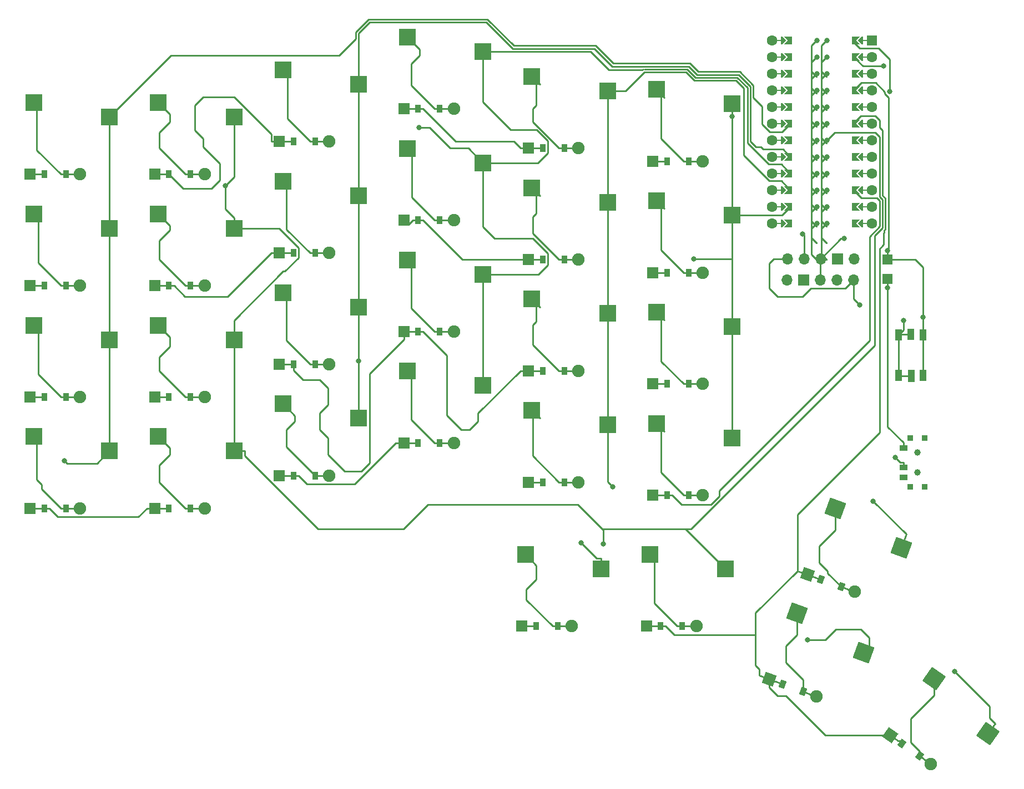
<source format=gbr>
%TF.GenerationSoftware,KiCad,Pcbnew,(6.0.9-0)*%
%TF.CreationDate,2023-01-27T10:49:12-06:00*%
%TF.ProjectId,boardv3,626f6172-6476-4332-9e6b-696361645f70,v1.0.0*%
%TF.SameCoordinates,Original*%
%TF.FileFunction,Copper,L2,Bot*%
%TF.FilePolarity,Positive*%
%FSLAX46Y46*%
G04 Gerber Fmt 4.6, Leading zero omitted, Abs format (unit mm)*
G04 Created by KiCad (PCBNEW (6.0.9-0)) date 2023-01-27 10:49:12*
%MOMM*%
%LPD*%
G01*
G04 APERTURE LIST*
G04 Aperture macros list*
%AMRotRect*
0 Rectangle, with rotation*
0 The origin of the aperture is its center*
0 $1 length*
0 $2 width*
0 $3 Rotation angle, in degrees counterclockwise*
0 Add horizontal line*
21,1,$1,$2,0,0,$3*%
%AMFreePoly0*
4,1,6,0.600000,0.200000,0.000000,-0.400000,-0.600000,0.200000,-0.600000,0.400000,0.600000,0.400000,0.600000,0.200000,0.600000,0.200000,$1*%
%AMFreePoly1*
4,1,5,0.125000,-0.500000,-0.125000,-0.500000,-0.125000,0.500000,0.125000,0.500000,0.125000,-0.500000,0.125000,-0.500000,$1*%
%AMFreePoly2*
4,1,49,0.004773,0.123721,0.009154,0.124665,0.028961,0.117240,0.062500,0.108253,0.068237,0.102516,0.075053,0.099961,0.087617,0.083136,0.108253,0.062500,0.111178,0.051584,0.117161,0.043572,0.118539,0.024114,0.125000,0.000000,0.121239,-0.014035,0.122131,-0.026629,0.113759,-0.041951,0.108253,-0.062500,0.095644,-0.075109,0.088389,-0.088388,-0.641000,-0.817776,-0.641000,-4.770224,
0.088389,-5.499612,0.109852,-5.528356,0.124665,-5.597154,0.099961,-5.663053,0.043572,-5.705161,-0.026629,-5.710131,-0.088388,-5.676389,-0.854388,-4.910388,-0.867707,-4.892552,-0.871189,-4.889530,-0.871982,-4.886826,-0.875852,-4.881644,-0.882331,-4.851549,-0.891000,-4.822000,-0.891000,-0.766000,-0.887805,-0.743969,-0.888131,-0.739371,-0.886780,-0.736898,-0.885852,-0.730498,-0.869151,-0.704632,
-0.854388,-0.677612,-0.088388,0.088389,-0.064606,0.106147,-0.062500,0.108253,-0.061385,0.108552,-0.059644,0.109852,-0.043806,0.113262,0.000000,0.125000,0.004773,0.123721,0.004773,0.123721,$1*%
%AMFreePoly3*
4,1,6,0.600000,-0.250000,-0.600000,-0.250000,-0.600000,1.000000,0.000000,0.400000,0.600000,1.000000,0.600000,-0.250000,0.600000,-0.250000,$1*%
G04 Aperture macros list end*
%TA.AperFunction,SMDPad,CuDef*%
%ADD10R,1.000000X1.795000*%
%TD*%
%TA.AperFunction,SMDPad,CuDef*%
%ADD11R,1.090000X1.880000*%
%TD*%
%TA.AperFunction,SMDPad,CuDef*%
%ADD12R,1.100000X1.800000*%
%TD*%
%TA.AperFunction,SMDPad,CuDef*%
%ADD13R,2.600000X2.600000*%
%TD*%
%TA.AperFunction,SMDPad,CuDef*%
%ADD14R,0.900000X0.900000*%
%TD*%
%TA.AperFunction,WasherPad*%
%ADD15C,1.000000*%
%TD*%
%TA.AperFunction,SMDPad,CuDef*%
%ADD16R,1.250000X0.900000*%
%TD*%
%TA.AperFunction,ComponentPad*%
%ADD17R,1.778000X1.778000*%
%TD*%
%TA.AperFunction,SMDPad,CuDef*%
%ADD18R,0.900000X1.200000*%
%TD*%
%TA.AperFunction,ComponentPad*%
%ADD19C,1.905000*%
%TD*%
%TA.AperFunction,ComponentPad*%
%ADD20RotRect,1.778000X1.778000X340.000000*%
%TD*%
%TA.AperFunction,SMDPad,CuDef*%
%ADD21RotRect,0.900000X1.200000X340.000000*%
%TD*%
%TA.AperFunction,SMDPad,CuDef*%
%ADD22RotRect,2.600000X2.600000X340.000000*%
%TD*%
%TA.AperFunction,ComponentPad*%
%ADD23C,1.600000*%
%TD*%
%TA.AperFunction,SMDPad,CuDef*%
%ADD24FreePoly0,270.000000*%
%TD*%
%TA.AperFunction,SMDPad,CuDef*%
%ADD25FreePoly0,90.000000*%
%TD*%
%TA.AperFunction,SMDPad,CuDef*%
%ADD26FreePoly1,90.000000*%
%TD*%
%TA.AperFunction,SMDPad,CuDef*%
%ADD27FreePoly1,270.000000*%
%TD*%
%TA.AperFunction,ComponentPad*%
%ADD28R,1.600000X1.600000*%
%TD*%
%TA.AperFunction,ComponentPad*%
%ADD29C,0.800000*%
%TD*%
%TA.AperFunction,SMDPad,CuDef*%
%ADD30FreePoly2,270.000000*%
%TD*%
%TA.AperFunction,SMDPad,CuDef*%
%ADD31FreePoly3,90.000000*%
%TD*%
%TA.AperFunction,SMDPad,CuDef*%
%ADD32FreePoly2,90.000000*%
%TD*%
%TA.AperFunction,SMDPad,CuDef*%
%ADD33FreePoly3,270.000000*%
%TD*%
%TA.AperFunction,SMDPad,CuDef*%
%ADD34R,1.500000X1.500000*%
%TD*%
%TA.AperFunction,SMDPad,CuDef*%
%ADD35RotRect,0.900000X1.200000X325.000000*%
%TD*%
%TA.AperFunction,ComponentPad*%
%ADD36RotRect,1.778000X1.778000X325.000000*%
%TD*%
%TA.AperFunction,ComponentPad*%
%ADD37O,1.700000X1.700000*%
%TD*%
%TA.AperFunction,ComponentPad*%
%ADD38R,1.700000X1.700000*%
%TD*%
%TA.AperFunction,SMDPad,CuDef*%
%ADD39RotRect,2.600000X2.600000X325.000000*%
%TD*%
%TA.AperFunction,ViaPad*%
%ADD40C,0.800000*%
%TD*%
%TA.AperFunction,Conductor*%
%ADD41C,0.250000*%
%TD*%
G04 APERTURE END LIST*
D10*
%TO.P,B2,2*%
%TO.N,RST*%
X130830000Y4407500D03*
D11*
X130870000Y-1910000D03*
D12*
%TO.P,B2,1*%
%TO.N,GND*%
X132660000Y4370000D03*
X132660000Y-1830000D03*
%TO.P,B2,2*%
%TO.N,RST*%
X128960000Y4370000D03*
X128960000Y-1830000D03*
%TD*%
D13*
%TO.P,S24,1*%
%TO.N,inner_num*%
X92006200Y41796700D03*
%TO.P,S24,2*%
%TO.N,P16*%
X103556200Y39596700D03*
%TD*%
%TO.P,S25,1*%
%TO.N,near1_home*%
X72006200Y-29203300D03*
%TO.P,S25,2*%
%TO.N,P20*%
X83556200Y-31403300D03*
%TD*%
%TO.P,S11,1*%
%TO.N,ring_top*%
X35006200Y27796700D03*
%TO.P,S11,2*%
%TO.N,P18*%
X46556200Y25596700D03*
%TD*%
%TO.P,S6,1*%
%TO.N,pinky_home*%
X16006200Y5796700D03*
%TO.P,S6,2*%
%TO.N,P19*%
X27556200Y3596700D03*
%TD*%
D14*
%TO.P,T1,*%
%TO.N,*%
X132881200Y-11453300D03*
D15*
X131781200Y-16653300D03*
D14*
X132881200Y-18853300D03*
X130681200Y-18853300D03*
X130681200Y-11453300D03*
D15*
X131781200Y-13653300D03*
D16*
%TO.P,T1,1*%
%TO.N,Bplus*%
X129706200Y-12903300D03*
%TO.P,T1,2*%
%TO.N,RAW*%
X129706200Y-15903300D03*
%TO.P,T1,3*%
%TO.N,N/C*%
X129706200Y-17403300D03*
%TD*%
D17*
%TO.P,D15,1*%
%TO.N,P5*%
X53471200Y21846700D03*
D18*
X55631200Y21846700D03*
D19*
%TO.P,D15,2*%
%TO.N,middle_top*%
X61091200Y21846700D03*
D18*
X58931200Y21846700D03*
%TD*%
%TO.P,D26,1*%
%TO.N,P3*%
X92631200Y-40153300D03*
D17*
X90471200Y-40153300D03*
D19*
%TO.P,D26,2*%
%TO.N,near2_home*%
X98091200Y-40153300D03*
D18*
X95931200Y-40153300D03*
%TD*%
D17*
%TO.P,D5,1*%
%TO.N,P7*%
X15471200Y-22153300D03*
D18*
X17631200Y-22153300D03*
D19*
%TO.P,D5,2*%
%TO.N,pinky_bottom*%
X23091200Y-22153300D03*
D18*
X20931200Y-22153300D03*
%TD*%
D20*
%TO.P,D27,1*%
%TO.N,P3*%
X109236271Y-48245803D03*
D21*
X111266007Y-48984567D03*
D19*
%TO.P,D27,2*%
%TO.N,home_home*%
X116396729Y-50851997D03*
D21*
X114366993Y-50113233D03*
%TD*%
D17*
%TO.P,D17,1*%
%TO.N,P7*%
X72471200Y-18153300D03*
D18*
X74631200Y-18153300D03*
D19*
%TO.P,D17,2*%
%TO.N,index_bottom*%
X80091200Y-18153300D03*
D18*
X77931200Y-18153300D03*
%TD*%
D13*
%TO.P,S21,1*%
%TO.N,inner_bottom*%
X92006200Y-9203300D03*
%TO.P,S21,2*%
%TO.N,P16*%
X103556200Y-11403300D03*
%TD*%
D18*
%TO.P,D4,1*%
%TO.N,P4*%
X-1368800Y28846700D03*
D17*
X-3528800Y28846700D03*
D18*
%TO.P,D4,2*%
%TO.N,outer_num*%
X1931200Y28846700D03*
D19*
X4091200Y28846700D03*
%TD*%
D22*
%TO.P,S27,1*%
%TO.N,home_home*%
X113484127Y-38139213D03*
%TO.P,S27,2*%
%TO.N,P18*%
X123585132Y-44156869D03*
%TD*%
D18*
%TO.P,D10,1*%
%TO.N,P6*%
X36631200Y-153300D03*
D17*
X34471200Y-153300D03*
D18*
%TO.P,D10,2*%
%TO.N,ring_home*%
X39931200Y-153300D03*
D19*
X42091200Y-153300D03*
%TD*%
D23*
%TO.P,MCU1,*%
%TO.N,*%
X124901200Y26456700D03*
X109661200Y34076700D03*
D24*
X123123200Y21376700D03*
D23*
X124901200Y21376700D03*
D25*
X111439200Y28996700D03*
D23*
X124901200Y36616700D03*
D25*
X111439200Y23916700D03*
D26*
X110931200Y39156700D03*
D27*
X123631200Y28996700D03*
X123631200Y34076700D03*
D24*
X123123200Y44236700D03*
D27*
X123631200Y41696700D03*
D25*
X111439200Y31536700D03*
D27*
X123631200Y31536700D03*
D23*
X124901200Y28996700D03*
X124901200Y23916700D03*
D25*
X111439200Y41696700D03*
D26*
X110931200Y31536700D03*
D23*
X109661200Y23916700D03*
D26*
X110931200Y49316700D03*
D24*
X123123200Y23916700D03*
D23*
X124901200Y46776700D03*
D24*
X123123200Y31536700D03*
D26*
X110931200Y23916700D03*
X110931200Y36616700D03*
D24*
X123123200Y39156700D03*
X123123200Y46776700D03*
X123123200Y49316700D03*
X123123200Y34076700D03*
D23*
X124901200Y39156700D03*
D27*
X123631200Y21376700D03*
D23*
X109661200Y26456700D03*
X124901200Y41696700D03*
D25*
X111439200Y36616700D03*
X111439200Y39156700D03*
X111439200Y49316700D03*
D23*
X109661200Y21376700D03*
X109661200Y49316700D03*
D24*
X123123200Y28996700D03*
D23*
X109661200Y36616700D03*
X109661200Y31536700D03*
X109661200Y44236700D03*
X124901200Y49316700D03*
D25*
X111439200Y26456700D03*
D23*
X124901200Y44236700D03*
D26*
X110931200Y46776700D03*
X110931200Y41696700D03*
D28*
X124901200Y49316700D03*
D23*
X109661200Y28996700D03*
X109661200Y46776700D03*
X109661200Y39156700D03*
D25*
X111439200Y21376700D03*
D23*
X109661200Y41696700D03*
D27*
X123631200Y39156700D03*
D26*
X110931200Y26456700D03*
D23*
X124901200Y31536700D03*
D27*
X123631200Y49316700D03*
D26*
X110931200Y44236700D03*
X110931200Y21376700D03*
D24*
X123123200Y26456700D03*
D25*
X111439200Y34076700D03*
D27*
X123631200Y46776700D03*
X123631200Y36616700D03*
D25*
X111439200Y44236700D03*
D27*
X123631200Y44236700D03*
D25*
X111439200Y46776700D03*
D26*
X110931200Y34076700D03*
X110931200Y28996700D03*
D27*
X123631200Y23916700D03*
D23*
X124901200Y34076700D03*
D24*
X123123200Y36616700D03*
X123123200Y41696700D03*
D27*
X123631200Y26456700D03*
D29*
%TO.P,MCU1,1*%
%TO.N,RAW*%
X118043200Y49316700D03*
D30*
X118043200Y49316700D03*
D31*
X112455200Y49316700D03*
%TO.P,MCU1,2*%
%TO.N,N/C*%
X112455200Y46776700D03*
D30*
%TO.N,GND*%
X118043200Y46776700D03*
D29*
X118043200Y46776700D03*
D31*
%TO.P,MCU1,3*%
%TO.N,RST*%
X112455200Y44236700D03*
D29*
X118043200Y44236700D03*
D30*
X118043200Y44236700D03*
%TO.P,MCU1,4*%
%TO.N,VCC*%
X118043200Y41696700D03*
D29*
X118043200Y41696700D03*
D31*
X112455200Y41696700D03*
D30*
%TO.P,MCU1,5*%
%TO.N,P21*%
X118043200Y39156700D03*
D31*
X112455200Y39156700D03*
D29*
X118043200Y39156700D03*
D30*
%TO.P,MCU1,6*%
%TO.N,P20*%
X118043200Y36616700D03*
D31*
X112455200Y36616700D03*
D29*
X118043200Y36616700D03*
D30*
%TO.P,MCU1,7*%
%TO.N,P19*%
X118043200Y34076700D03*
D31*
X112455200Y34076700D03*
D29*
X118043200Y34076700D03*
D30*
%TO.P,MCU1,8*%
%TO.N,P18*%
X118043200Y31536700D03*
D31*
X112455200Y31536700D03*
D29*
X118043200Y31536700D03*
%TO.P,MCU1,9*%
%TO.N,P15*%
X118043200Y28996700D03*
D31*
X112455200Y28996700D03*
D30*
X118043200Y28996700D03*
%TO.P,MCU1,10*%
%TO.N,P14*%
X118043200Y26456700D03*
D29*
X118043200Y26456700D03*
D31*
X112455200Y26456700D03*
D29*
%TO.P,MCU1,11*%
%TO.N,P16*%
X118043200Y23916700D03*
D30*
X118043200Y23916700D03*
D31*
X112455200Y23916700D03*
%TO.P,MCU1,12*%
%TO.N,P10*%
X112455200Y21376700D03*
D29*
X118043200Y21376700D03*
D30*
X118043200Y21376700D03*
D32*
%TO.P,MCU1,13*%
%TO.N,P9*%
X116519200Y21376700D03*
D33*
X122107200Y21376700D03*
D29*
X116519200Y21376700D03*
D32*
%TO.P,MCU1,14*%
%TO.N,P8*%
X116519200Y23916700D03*
D33*
X122107200Y23916700D03*
D29*
X116519200Y23916700D03*
%TO.P,MCU1,15*%
%TO.N,P7*%
X116519200Y26456700D03*
D32*
X116519200Y26456700D03*
D33*
X122107200Y26456700D03*
D29*
%TO.P,MCU1,16*%
%TO.N,P6*%
X116519200Y28996700D03*
D32*
X116519200Y28996700D03*
D33*
X122107200Y28996700D03*
D32*
%TO.P,MCU1,17*%
%TO.N,P5*%
X116519200Y31536700D03*
D29*
X116519200Y31536700D03*
D33*
X122107200Y31536700D03*
D29*
%TO.P,MCU1,18*%
%TO.N,P4*%
X116519200Y34076700D03*
D32*
X116519200Y34076700D03*
D33*
X122107200Y34076700D03*
%TO.P,MCU1,19*%
%TO.N,P3*%
X122107200Y36616700D03*
D29*
X116519200Y36616700D03*
D32*
X116519200Y36616700D03*
%TO.P,MCU1,20*%
%TO.N,P2*%
X116519200Y39156700D03*
D33*
X122107200Y39156700D03*
D29*
X116519200Y39156700D03*
D33*
%TO.P,MCU1,21*%
%TO.N,GND*%
X122107200Y41696700D03*
D32*
X116519200Y41696700D03*
D29*
X116519200Y41696700D03*
%TO.P,MCU1,22*%
X116519200Y44236700D03*
D32*
X116519200Y44236700D03*
D33*
X122107200Y44236700D03*
D29*
%TO.P,MCU1,23*%
%TO.N,P0*%
X116519200Y46776700D03*
D33*
X122107200Y46776700D03*
D32*
X116519200Y46776700D03*
D33*
%TO.P,MCU1,24*%
%TO.N,P1*%
X122107200Y49316700D03*
D29*
X116519200Y49316700D03*
D32*
X116519200Y49316700D03*
%TD*%
D13*
%TO.P,S18,1*%
%TO.N,index_home*%
X73006200Y9796700D03*
%TO.P,S18,2*%
%TO.N,P14*%
X84556200Y7596700D03*
%TD*%
D34*
%TO.P,PAD2,1*%
%TO.N,GND*%
X127281200Y15846700D03*
%TD*%
D13*
%TO.P,S16,1*%
%TO.N,middle_num*%
X54006200Y49796700D03*
%TO.P,S16,2*%
%TO.N,P15*%
X65556200Y47596700D03*
%TD*%
D17*
%TO.P,D2,1*%
%TO.N,P6*%
X-3528800Y-5153300D03*
D18*
X-1368800Y-5153300D03*
%TO.P,D2,2*%
%TO.N,outer_home*%
X1931200Y-5153300D03*
D19*
X4091200Y-5153300D03*
%TD*%
D15*
%TO.P,T2,*%
%TO.N,*%
X131781200Y-16653300D03*
X131781200Y-13653300D03*
%TD*%
D13*
%TO.P,S23,1*%
%TO.N,inner_top*%
X92006200Y24796700D03*
%TO.P,S23,2*%
%TO.N,P16*%
X103556200Y22596700D03*
%TD*%
%TO.P,S7,1*%
%TO.N,pinky_top*%
X16006200Y22796700D03*
%TO.P,S7,2*%
%TO.N,P19*%
X27556200Y20596700D03*
%TD*%
%TO.P,S4,1*%
%TO.N,outer_num*%
X-2993800Y39796700D03*
%TO.P,S4,2*%
%TO.N,P20*%
X8556200Y37596700D03*
%TD*%
D17*
%TO.P,D8,1*%
%TO.N,P4*%
X15471200Y28846700D03*
D18*
X17631200Y28846700D03*
%TO.P,D8,2*%
%TO.N,pinky_num*%
X20931200Y28846700D03*
D19*
X23091200Y28846700D03*
%TD*%
D13*
%TO.P,S14,1*%
%TO.N,middle_home*%
X54006200Y15796700D03*
%TO.P,S14,2*%
%TO.N,P15*%
X65556200Y13596700D03*
%TD*%
D18*
%TO.P,D7,1*%
%TO.N,P5*%
X17631200Y11846700D03*
D17*
X15471200Y11846700D03*
D18*
%TO.P,D7,2*%
%TO.N,pinky_top*%
X20931200Y11846700D03*
D19*
X23091200Y11846700D03*
%TD*%
D13*
%TO.P,S19,1*%
%TO.N,index_top*%
X73006200Y26796700D03*
%TO.P,S19,2*%
%TO.N,P14*%
X84556200Y24596700D03*
%TD*%
%TO.P,S10,1*%
%TO.N,ring_home*%
X35006200Y10796700D03*
%TO.P,S10,2*%
%TO.N,P18*%
X46556200Y8596700D03*
%TD*%
D35*
%TO.P,D29,1*%
%TO.N,P3*%
X129412799Y-58055999D03*
D36*
X127643431Y-56817074D03*
D19*
%TO.P,D29,2*%
%TO.N,far_home*%
X133885369Y-61187726D03*
D35*
X132116001Y-59948801D03*
%TD*%
D13*
%TO.P,S2,1*%
%TO.N,outer_home*%
X-2993800Y5796700D03*
%TO.P,S2,2*%
%TO.N,P20*%
X8556200Y3596700D03*
%TD*%
D17*
%TO.P,D3,1*%
%TO.N,P5*%
X-3528800Y11846700D03*
D18*
X-1368800Y11846700D03*
%TO.P,D3,2*%
%TO.N,outer_top*%
X1931200Y11846700D03*
D19*
X4091200Y11846700D03*
%TD*%
D18*
%TO.P,D22,1*%
%TO.N,P6*%
X93631200Y-3153300D03*
D17*
X91471200Y-3153300D03*
D19*
%TO.P,D22,2*%
%TO.N,inner_home*%
X99091200Y-3153300D03*
D18*
X96931200Y-3153300D03*
%TD*%
D13*
%TO.P,S22,1*%
%TO.N,inner_home*%
X92006200Y7796700D03*
%TO.P,S22,2*%
%TO.N,P16*%
X103556200Y5596700D03*
%TD*%
D17*
%TO.P,D12,1*%
%TO.N,P4*%
X34471200Y33846700D03*
D18*
X36631200Y33846700D03*
%TO.P,D12,2*%
%TO.N,ring_num*%
X39931200Y33846700D03*
D19*
X42091200Y33846700D03*
%TD*%
D18*
%TO.P,D6,1*%
%TO.N,P6*%
X17631200Y-5153300D03*
D17*
X15471200Y-5153300D03*
D18*
%TO.P,D6,2*%
%TO.N,pinky_home*%
X20931200Y-5153300D03*
D19*
X23091200Y-5153300D03*
%TD*%
D13*
%TO.P,S20,1*%
%TO.N,index_num*%
X73006200Y43796700D03*
%TO.P,S20,2*%
%TO.N,P14*%
X84556200Y41596700D03*
%TD*%
%TO.P,S26,1*%
%TO.N,near2_home*%
X91006200Y-29203300D03*
%TO.P,S26,2*%
%TO.N,P19*%
X102556200Y-31403300D03*
%TD*%
D34*
%TO.P,PAD1,1*%
%TO.N,Bplus*%
X127281200Y12846700D03*
%TD*%
D13*
%TO.P,S9,1*%
%TO.N,ring_bottom*%
X35006200Y-6203300D03*
%TO.P,S9,2*%
%TO.N,P18*%
X46556200Y-8403300D03*
%TD*%
D18*
%TO.P,D23,1*%
%TO.N,P5*%
X93631200Y13846700D03*
D17*
X91471200Y13846700D03*
D19*
%TO.P,D23,2*%
%TO.N,inner_top*%
X99091200Y13846700D03*
D18*
X96931200Y13846700D03*
%TD*%
D37*
%TO.P,OLED2,0*%
%TO.N,P1*%
X111941200Y12746700D03*
D38*
%TO.P,OLED2,1*%
%TO.N,GND*%
X114481200Y12746700D03*
D37*
%TO.P,OLED2,2*%
%TO.N,VCC*%
X117021200Y12746700D03*
%TO.P,OLED2,3*%
%TO.N,P2*%
X119561200Y12746700D03*
%TO.P,OLED2,4*%
%TO.N,P0*%
X122101200Y12746700D03*
%TD*%
%TO.P,OLED1,0*%
%TO.N,P1*%
X122121200Y15946700D03*
D38*
%TO.P,OLED1,1*%
%TO.N,GND*%
X119581200Y15946700D03*
D37*
%TO.P,OLED1,2*%
%TO.N,VCC*%
X117041200Y15946700D03*
%TO.P,OLED1,3*%
%TO.N,P2*%
X114501200Y15946700D03*
%TO.P,OLED1,4*%
%TO.N,P0*%
X111961200Y15946700D03*
%TD*%
D13*
%TO.P,S5,1*%
%TO.N,pinky_bottom*%
X16006200Y-11203300D03*
%TO.P,S5,2*%
%TO.N,P19*%
X27556200Y-13403300D03*
%TD*%
D21*
%TO.P,D28,1*%
%TO.N,P3*%
X117080407Y-33009867D03*
D20*
X115050671Y-32271103D03*
D21*
%TO.P,D28,2*%
%TO.N,home_top*%
X120181393Y-34138533D03*
D19*
X122211129Y-34877297D03*
%TD*%
D13*
%TO.P,S3,1*%
%TO.N,outer_top*%
X-2993800Y22796700D03*
%TO.P,S3,2*%
%TO.N,P20*%
X8556200Y20596700D03*
%TD*%
%TO.P,S15,1*%
%TO.N,middle_top*%
X54006200Y32796700D03*
%TO.P,S15,2*%
%TO.N,P15*%
X65556200Y30596700D03*
%TD*%
%TO.P,S1,1*%
%TO.N,outer_bottom*%
X-2993800Y-11203300D03*
%TO.P,S1,2*%
%TO.N,P20*%
X8556200Y-13403300D03*
%TD*%
D17*
%TO.P,D9,1*%
%TO.N,P7*%
X34471200Y-17153300D03*
D18*
X36631200Y-17153300D03*
D19*
%TO.P,D9,2*%
%TO.N,ring_bottom*%
X42091200Y-17153300D03*
D18*
X39931200Y-17153300D03*
%TD*%
D13*
%TO.P,S12,1*%
%TO.N,ring_num*%
X35006200Y44796700D03*
%TO.P,S12,2*%
%TO.N,P18*%
X46556200Y42596700D03*
%TD*%
%TO.P,S8,1*%
%TO.N,pinky_num*%
X16006200Y39796700D03*
%TO.P,S8,2*%
%TO.N,P19*%
X27556200Y37596700D03*
%TD*%
D17*
%TO.P,D25,1*%
%TO.N,P3*%
X71471200Y-40153300D03*
D18*
X73631200Y-40153300D03*
D19*
%TO.P,D25,2*%
%TO.N,near1_home*%
X79091200Y-40153300D03*
D18*
X76931200Y-40153300D03*
%TD*%
D17*
%TO.P,D20,1*%
%TO.N,P4*%
X72471200Y32846700D03*
D18*
X74631200Y32846700D03*
D19*
%TO.P,D20,2*%
%TO.N,index_num*%
X80091200Y32846700D03*
D18*
X77931200Y32846700D03*
%TD*%
%TO.P,D21,1*%
%TO.N,P7*%
X93631200Y-20153300D03*
D17*
X91471200Y-20153300D03*
D19*
%TO.P,D21,2*%
%TO.N,inner_bottom*%
X99091200Y-20153300D03*
D18*
X96931200Y-20153300D03*
%TD*%
%TO.P,D1,1*%
%TO.N,P7*%
X-1368800Y-22153300D03*
D17*
X-3528800Y-22153300D03*
D18*
%TO.P,D1,2*%
%TO.N,outer_bottom*%
X1931200Y-22153300D03*
D19*
X4091200Y-22153300D03*
%TD*%
D18*
%TO.P,D18,1*%
%TO.N,P6*%
X74631200Y-1153300D03*
D17*
X72471200Y-1153300D03*
D19*
%TO.P,D18,2*%
%TO.N,index_home*%
X80091200Y-1153300D03*
D18*
X77931200Y-1153300D03*
%TD*%
D17*
%TO.P,D14,1*%
%TO.N,P6*%
X53471200Y4846700D03*
D18*
X55631200Y4846700D03*
D19*
%TO.P,D14,2*%
%TO.N,middle_home*%
X61091200Y4846700D03*
D18*
X58931200Y4846700D03*
%TD*%
%TO.P,D11,1*%
%TO.N,P5*%
X36631200Y16846700D03*
D17*
X34471200Y16846700D03*
D18*
%TO.P,D11,2*%
%TO.N,ring_top*%
X39931200Y16846700D03*
D19*
X42091200Y16846700D03*
%TD*%
D13*
%TO.P,S13,1*%
%TO.N,middle_bottom*%
X54006200Y-1203300D03*
%TO.P,S13,2*%
%TO.N,P15*%
X65556200Y-3403300D03*
%TD*%
D17*
%TO.P,D13,1*%
%TO.N,P7*%
X53471200Y-12153300D03*
D18*
X55631200Y-12153300D03*
%TO.P,D13,2*%
%TO.N,middle_bottom*%
X58931200Y-12153300D03*
D19*
X61091200Y-12153300D03*
%TD*%
D13*
%TO.P,S17,1*%
%TO.N,index_bottom*%
X73006200Y-7203300D03*
%TO.P,S17,2*%
%TO.N,P14*%
X84556200Y-9403300D03*
%TD*%
D18*
%TO.P,D16,1*%
%TO.N,P4*%
X55631200Y38846700D03*
D17*
X53471200Y38846700D03*
D19*
%TO.P,D16,2*%
%TO.N,middle_num*%
X61091200Y38846700D03*
D18*
X58931200Y38846700D03*
%TD*%
D22*
%TO.P,S28,1*%
%TO.N,home_top*%
X119298527Y-22164413D03*
%TO.P,S28,2*%
%TO.N,P15*%
X129399532Y-28182069D03*
%TD*%
D39*
%TO.P,S29,1*%
%TO.N,far_home*%
X134362357Y-48154183D03*
%TO.P,S29,2*%
%TO.N,P14*%
X142561695Y-56581125D03*
%TD*%
D17*
%TO.P,D19,1*%
%TO.N,P5*%
X72471200Y15846700D03*
D18*
X74631200Y15846700D03*
%TO.P,D19,2*%
%TO.N,index_top*%
X77931200Y15846700D03*
D19*
X80091200Y15846700D03*
%TD*%
D17*
%TO.P,D24,1*%
%TO.N,P4*%
X91471200Y30846700D03*
D18*
X93631200Y30846700D03*
D19*
%TO.P,D24,2*%
%TO.N,inner_num*%
X99091200Y30846700D03*
D18*
X96931200Y30846700D03*
%TD*%
D40*
%TO.N,RST*%
X129713000Y6523000D03*
%TO.N,GND*%
X132660000Y7040000D03*
%TO.N,P20*%
X80484100Y-27378200D03*
X1674600Y-14882700D03*
%TO.N,P19*%
X26232100Y27140800D03*
X83851600Y-27629300D03*
%TO.N,P18*%
X46556200Y328300D03*
X115028300Y-42256300D03*
%TO.N,P15*%
X125058200Y-21061500D03*
X55764700Y36036200D03*
%TO.N,P14*%
X137508000Y-47088400D03*
X85343800Y-18903900D03*
%TO.N,P16*%
X103556200Y37669900D03*
X97692000Y15928000D03*
%TO.N,RAW*%
X128468000Y-14397000D03*
%TO.N,GND*%
X127281200Y17211900D03*
%TO.N,VCC*%
X120650000Y19050000D03*
%TO.N,P1*%
X127545800Y41484400D03*
%TO.N,P0*%
X126654201Y45374201D03*
X123050700Y8890000D03*
%TO.N,P2*%
X114300000Y19774500D03*
%TO.N,Bplus*%
X127281200Y11490100D03*
%TD*%
D41*
%TO.N,RST*%
X130830000Y4407500D02*
X128997500Y4407500D01*
X128997500Y4407500D02*
X128960000Y4370000D01*
X130870000Y-1910000D02*
X129040000Y-1910000D01*
X129040000Y-1910000D02*
X128960000Y-1830000D01*
X129713000Y6523000D02*
X129713000Y5123000D01*
X129713000Y5123000D02*
X128960000Y4370000D01*
X128960000Y4370000D02*
X128960000Y-1830000D01*
%TO.N,GND*%
X132660000Y4370000D02*
X132660000Y-1830000D01*
X127281200Y15846700D02*
X131473300Y15846700D01*
X132660000Y14660000D02*
X132660000Y4370000D01*
X131473300Y15846700D02*
X132660000Y14660000D01*
%TO.N,P20*%
X17949500Y46990000D02*
X43566200Y46990000D01*
X43566200Y46990000D02*
X46106200Y49530000D01*
X46106200Y49530000D02*
X46106200Y50552596D01*
X85408198Y45800000D02*
X97079188Y45800000D01*
X46106200Y50552596D02*
X48073604Y52520000D01*
X48073604Y52520000D02*
X66226396Y52520000D01*
X82711498Y48496700D02*
X85408198Y45800000D01*
X108129600Y36479000D02*
X109261900Y35346700D01*
X111185200Y35346700D02*
X112455200Y36616700D01*
X66226396Y52520000D02*
X70249696Y48496700D01*
X97079188Y45800000D02*
X98349188Y44530000D01*
X70249696Y48496700D02*
X82711498Y48496700D01*
X8556200Y37596700D02*
X17949500Y46990000D01*
X98349188Y44530000D02*
X104699188Y44530000D01*
X104699188Y44530000D02*
X106792500Y42436688D01*
X106792500Y42436688D02*
X106792500Y40527500D01*
X106792500Y40527500D02*
X108129600Y39190400D01*
X108129600Y39190400D02*
X108129600Y36479000D01*
X109261900Y35346700D02*
X111185200Y35346700D01*
%TO.N,P18*%
X112455200Y31536700D02*
X111330200Y32661700D01*
X96892792Y45350000D02*
X85221802Y45350000D01*
X111330200Y32661700D02*
X108308300Y32661700D01*
X107170896Y33020000D02*
X106342400Y33848496D01*
X104512792Y44080000D02*
X98162792Y44080000D01*
X85221802Y45350000D02*
X82525102Y48046700D01*
X107950000Y33020000D02*
X107170896Y33020000D01*
X106342400Y33848496D02*
X106342400Y42250392D01*
X82525102Y48046700D02*
X70063300Y48046700D01*
X106342400Y42250392D02*
X104512792Y44080000D01*
X108308300Y32661700D02*
X107950000Y33020000D01*
X98162792Y44080000D02*
X96892792Y45350000D01*
X70063300Y48046700D02*
X66040000Y52070000D01*
X66040000Y52070000D02*
X48260000Y52070000D01*
X48260000Y52070000D02*
X46556200Y50366200D01*
X46556200Y50366200D02*
X46556200Y42596700D01*
%TO.N,P15*%
X112455200Y28996700D02*
X111049300Y30402600D01*
X111049300Y30402600D02*
X109151900Y30402600D01*
X109151900Y30402600D02*
X105892400Y33662100D01*
X105892400Y33662100D02*
X105892400Y42063996D01*
X105892400Y42063996D02*
X104326396Y43630000D01*
X104326396Y43630000D02*
X97976396Y43630000D01*
X96706396Y44900000D02*
X90170000Y44900000D01*
X97976396Y43630000D02*
X96706396Y44900000D01*
%TO.N,P14*%
X96520000Y44450000D02*
X90170000Y44450000D01*
X104140000Y43180000D02*
X97790000Y43180000D01*
X105283100Y42036900D02*
X104140000Y43180000D01*
X97790000Y43180000D02*
X96520000Y44450000D01*
%TO.N,P15*%
X89983604Y44900000D02*
X89851802Y44768198D01*
X84771802Y44768198D02*
X83820000Y45720000D01*
X89851802Y44768198D02*
X84771802Y44768198D01*
%TO.N,P14*%
X84556200Y41596700D02*
X87316700Y41596700D01*
X87316700Y41596700D02*
X90170000Y44450000D01*
X109199700Y27862600D02*
X111049300Y27862600D01*
X105283100Y42036900D02*
X105283100Y31779200D01*
X105283100Y31779200D02*
X109199700Y27862600D01*
X111049300Y27862600D02*
X112455200Y26456700D01*
%TO.N,P19*%
X27556200Y-13403300D02*
X29181300Y-13403300D01*
X53446300Y-25293700D02*
X57150000Y-21590000D01*
X29181300Y-13403300D02*
X29181300Y-14114300D01*
X29181300Y-14114300D02*
X40360700Y-25293700D01*
X83851600Y-25431600D02*
X83851600Y-27629300D01*
X40360700Y-25293700D02*
X53446300Y-25293700D01*
X57150000Y-21590000D02*
X80010000Y-21590000D01*
X80010000Y-21590000D02*
X83851600Y-25431600D01*
%TO.N,P3*%
X127643431Y-56817074D02*
X117777074Y-56817074D01*
X109220000Y-49530000D02*
X109236271Y-49513729D01*
X117777074Y-56817074D02*
X111760000Y-50800000D01*
X110490000Y-50800000D02*
X109220000Y-49530000D01*
X111760000Y-50800000D02*
X110490000Y-50800000D01*
X109236271Y-49513729D02*
X109236271Y-48245803D01*
%TO.N,P18*%
X117763700Y-42256300D02*
X119380000Y-40640000D01*
X124460000Y-41910000D02*
X124460000Y-43282001D01*
X115028300Y-42256300D02*
X117763700Y-42256300D01*
X119380000Y-40640000D02*
X123190000Y-40640000D01*
X123190000Y-40640000D02*
X124460000Y-41910000D01*
X124460000Y-43282001D02*
X123585132Y-44156869D01*
%TO.N,far_home*%
X132116001Y-59948801D02*
X132116001Y-59216336D01*
X132116001Y-59216336D02*
X130810000Y-57910335D01*
X130810000Y-57910335D02*
X130810000Y-54250400D01*
X130810000Y-54250400D02*
X134362400Y-50698000D01*
X134362400Y-50698000D02*
X134362400Y-48154200D01*
%TO.N,home_top*%
X119298527Y-22164413D02*
X119298527Y-25481473D01*
X119298527Y-25481473D02*
X116840000Y-27940000D01*
X116840000Y-30480000D02*
X118110000Y-31750000D01*
X116840000Y-27940000D02*
X116840000Y-30480000D01*
X118110000Y-31750000D02*
X118110000Y-32067140D01*
X118110000Y-32067140D02*
X120181393Y-34138533D01*
%TO.N,home_home*%
X114366993Y-50113233D02*
X114366993Y-48326993D01*
X114366993Y-48326993D02*
X111760000Y-45720000D01*
X111760000Y-45720000D02*
X111760000Y-43180000D01*
X111760000Y-43180000D02*
X113484127Y-41455873D01*
X113484127Y-41455873D02*
X113484127Y-38139213D01*
%TO.N,near1_home*%
X76931200Y-40153300D02*
X76156100Y-40153300D01*
X72156201Y-36153401D02*
X72156201Y-34523799D01*
X73660000Y-33020000D02*
X73660000Y-30857100D01*
X73660000Y-30857100D02*
X72006200Y-29203300D01*
X76156100Y-40153300D02*
X72156201Y-36153401D01*
X72156201Y-34523799D02*
X73660000Y-33020000D01*
%TO.N,P15*%
X81943300Y47596700D02*
X65556200Y47596700D01*
X83913200Y45626800D02*
X81943300Y47596700D01*
%TO.N,inner_num*%
X96931200Y30846700D02*
X96156100Y30846700D01*
X96156100Y30846700D02*
X92710000Y34292800D01*
X92710000Y41092900D02*
X92006200Y41796700D01*
X92710000Y34292800D02*
X92710000Y41092900D01*
%TO.N,inner_top*%
X96931200Y13846700D02*
X96156100Y13846700D01*
X96156100Y13846700D02*
X92710000Y17292800D01*
X92710000Y17292800D02*
X92710000Y24092900D01*
X92710000Y24092900D02*
X92006200Y24796700D01*
%TO.N,inner_home*%
X96931200Y-3153300D02*
X96156100Y-3153300D01*
X92710000Y7092900D02*
X92006200Y7796700D01*
X96156100Y-3153300D02*
X92710000Y292800D01*
X92710000Y292800D02*
X92710000Y7092900D01*
%TO.N,P19*%
X96446600Y-25293700D02*
X97262696Y-25293700D01*
X125299500Y19505200D02*
X126494000Y20699700D01*
X97262696Y-25293700D02*
X125299500Y2743104D01*
X126494000Y25003400D02*
X126043900Y25453500D01*
X125367191Y35201700D02*
X119168200Y35201700D01*
X125299500Y2743104D02*
X125299500Y19505200D01*
X126494000Y20699700D02*
X126494000Y25003400D01*
X126043900Y25453500D02*
X126043900Y34524991D01*
X126043900Y34524991D02*
X125367191Y35201700D01*
X119168200Y35201700D02*
X118043200Y34076700D01*
%TO.N,P7*%
X122107200Y26456700D02*
X123296796Y25267104D01*
X124500400Y3449242D02*
X101600000Y-19451158D01*
X123296796Y25267104D02*
X125593900Y25267104D01*
X95843000Y-21590000D02*
X94406300Y-20153300D01*
X125593900Y25267104D02*
X126043900Y24817104D01*
X126043900Y24817104D02*
X126043900Y20886200D01*
X100330000Y-21590000D02*
X95843000Y-21590000D01*
X126043900Y20886200D02*
X124500400Y19342700D01*
X101600000Y-20320000D02*
X100330000Y-21590000D01*
X124500400Y19342700D02*
X124500400Y3449242D01*
X101600000Y-19451158D02*
X101600000Y-20320000D01*
X94406300Y-20153300D02*
X93631200Y-20153300D01*
%TO.N,inner_bottom*%
X96931200Y-20153300D02*
X96156100Y-20153300D01*
X92710000Y-9907100D02*
X92006200Y-9203300D01*
X96156100Y-20153300D02*
X92710000Y-16707200D01*
X92710000Y-16707200D02*
X92710000Y-9907100D01*
%TO.N,index_bottom*%
X77931200Y-18153300D02*
X77156100Y-18153300D01*
X77156100Y-18153300D02*
X73156201Y-14153401D01*
X73156201Y-14153401D02*
X73156201Y-7353301D01*
X73156201Y-7353301D02*
X73006200Y-7203300D01*
%TO.N,index_home*%
X77931200Y-1153300D02*
X77156100Y-1153300D01*
X73156201Y5846201D02*
X73660000Y6350000D01*
X77156100Y-1153300D02*
X73156201Y2846599D01*
X73156201Y2846599D02*
X73156201Y5846201D01*
X73660000Y6350000D02*
X73660000Y9142900D01*
X73660000Y9142900D02*
X73006200Y9796700D01*
%TO.N,index_top*%
X77156100Y15846700D02*
X73156201Y19846599D01*
X73660000Y22860000D02*
X73660000Y26142900D01*
X73156201Y19846599D02*
X73156201Y22356201D01*
X77931200Y15846700D02*
X77156100Y15846700D01*
X73156201Y22356201D02*
X73660000Y22860000D01*
X73660000Y26142900D02*
X73006200Y26796700D01*
%TO.N,P15*%
X73128300Y19050000D02*
X67310000Y19050000D01*
X75406400Y16771900D02*
X73128300Y19050000D01*
X65556200Y20803800D02*
X65556200Y30596700D01*
X67310000Y19050000D02*
X65556200Y20803800D01*
%TO.N,index_num*%
X77931200Y32846700D02*
X77156100Y32846700D01*
X73660000Y39370000D02*
X73660000Y43142900D01*
X77156100Y32846700D02*
X73156201Y36846599D01*
X73156201Y38866201D02*
X73660000Y39370000D01*
X73156201Y36846599D02*
X73156201Y38866201D01*
X73660000Y43142900D02*
X73006200Y43796700D01*
%TO.N,P15*%
X73731450Y35631450D02*
X69778550Y35631450D01*
X73731450Y35631450D02*
X75406400Y33956500D01*
X65556200Y39853800D02*
X65556200Y47596700D01*
X69778550Y35631450D02*
X65556200Y39853800D01*
%TO.N,middle_bottom*%
X58931200Y-12153300D02*
X58156100Y-12153300D01*
X58156100Y-12153300D02*
X54610000Y-8607200D01*
X54610000Y-1807100D02*
X54006200Y-1203300D01*
X54610000Y-8607200D02*
X54610000Y-1807100D01*
%TO.N,P6*%
X72471200Y-1153300D02*
X71257100Y-1153300D01*
X60040500Y1212500D02*
X56406300Y4846700D01*
X71257100Y-1153300D02*
X64770000Y-7640400D01*
X64770000Y-7640400D02*
X64770000Y-8890000D01*
X56406300Y4846700D02*
X55631200Y4846700D01*
X64770000Y-8890000D02*
X63500000Y-10160000D01*
X62230000Y-10160000D02*
X60040500Y-7970500D01*
X60040500Y-7970500D02*
X60040500Y1212500D01*
X63500000Y-10160000D02*
X62230000Y-10160000D01*
%TO.N,middle_home*%
X58931200Y4846700D02*
X58156100Y4846700D01*
X58156100Y4846700D02*
X54610000Y8392800D01*
X54610000Y8392800D02*
X54610000Y15192900D01*
X54610000Y15192900D02*
X54006200Y15796700D01*
%TO.N,middle_num*%
X58931200Y38846700D02*
X58156100Y38846700D01*
X55880000Y46990000D02*
X55880000Y47922900D01*
X58156100Y38846700D02*
X54610000Y42392800D01*
X54610000Y45720000D02*
X55880000Y46990000D01*
X55880000Y47922900D02*
X54006200Y49796700D01*
X54610000Y42392800D02*
X54610000Y45720000D01*
%TO.N,ring_bottom*%
X35560000Y-10160000D02*
X36830000Y-8890000D01*
X36830000Y-8890000D02*
X36830000Y-8027100D01*
X35560000Y-12782100D02*
X35560000Y-10160000D01*
X36830000Y-8027100D02*
X35006200Y-6203300D01*
%TO.N,P6*%
X48260000Y-15240000D02*
X46990000Y-16510000D01*
X40640000Y-7620000D02*
X41910000Y-6350000D01*
X40640000Y-10160000D02*
X40640000Y-7620000D01*
X41910000Y-6350000D02*
X41910000Y-3810000D01*
X41910000Y-3810000D02*
X40640000Y-2540000D01*
X40640000Y-2540000D02*
X38100000Y-2540000D01*
X41910000Y-13970000D02*
X41910000Y-11430000D01*
X41910000Y-11430000D02*
X40640000Y-10160000D01*
X46990000Y-16510000D02*
X44450000Y-16510000D01*
X48257700Y-1580900D02*
X48260000Y-1583200D01*
X44450000Y-16510000D02*
X41910000Y-13970000D01*
X48260000Y-1583200D02*
X48260000Y-15240000D01*
X38100000Y-2540000D02*
X36631200Y-1071200D01*
X36631200Y-1071200D02*
X36631200Y-153300D01*
%TO.N,P18*%
X46556200Y-8403300D02*
X46556200Y-7186200D01*
%TO.N,ring_bottom*%
X35560000Y-12782100D02*
X39931200Y-17153300D01*
%TO.N,ring_home*%
X35006200Y10796700D02*
X35560000Y10242900D01*
X39156100Y-153300D02*
X39931200Y-153300D01*
X35560000Y10242900D02*
X35560000Y3442800D01*
X35560000Y3442800D02*
X39156100Y-153300D01*
%TO.N,ring_top*%
X39931200Y16846700D02*
X39156100Y16846700D01*
X39156100Y16846700D02*
X35560000Y20442800D01*
X35560000Y20442800D02*
X35560000Y27242900D01*
X35560000Y27242900D02*
X35006200Y27796700D01*
%TO.N,P5*%
X34471200Y16846700D02*
X33257100Y16846700D01*
X18406300Y11846700D02*
X17631200Y11846700D01*
X33257100Y16846700D02*
X26570400Y10160000D01*
X26570400Y10160000D02*
X20093000Y10160000D01*
X20093000Y10160000D02*
X18406300Y11846700D01*
%TO.N,pinky_top*%
X20931200Y11846700D02*
X20156100Y11846700D01*
X16156201Y18696201D02*
X17780000Y20320000D01*
X17780000Y21022900D02*
X16006200Y22796700D01*
X17780000Y20320000D02*
X17780000Y21022900D01*
X20156100Y11846700D02*
X16156201Y15846599D01*
X16156201Y15846599D02*
X16156201Y18696201D01*
%TO.N,P4*%
X34471200Y33846700D02*
X33257100Y33846700D01*
X33257100Y33846700D02*
X33257100Y34984900D01*
X22860000Y33020000D02*
X25400000Y30480000D01*
X33257100Y34984900D02*
X27602000Y40640000D01*
X27602000Y40640000D02*
X22860000Y40640000D01*
X24130000Y26670000D02*
X19807900Y26670000D01*
X22860000Y40640000D02*
X21590000Y39370000D01*
X22860000Y34290000D02*
X22860000Y33020000D01*
X25400000Y27940000D02*
X24130000Y26670000D01*
X21590000Y39370000D02*
X21590000Y35560000D01*
X21590000Y35560000D02*
X22860000Y34290000D01*
X25400000Y30480000D02*
X25400000Y27940000D01*
X19807900Y26670000D02*
X17631200Y28846700D01*
X15471200Y28846700D02*
X17631200Y28846700D01*
%TO.N,pinky_num*%
X20931200Y28846700D02*
X23091200Y28846700D01*
X20931200Y28846700D02*
X20156100Y28846700D01*
X16156201Y35206201D02*
X17780000Y36830000D01*
X17780000Y36830000D02*
X17780000Y38022900D01*
X16156201Y32846599D02*
X16156201Y35206201D01*
X20156100Y28846700D02*
X16156201Y32846599D01*
X17780000Y38022900D02*
X16006200Y39796700D01*
%TO.N,pinky_bottom*%
X20931200Y-22153300D02*
X20156100Y-22153300D01*
X17780000Y-13970000D02*
X17780000Y-12977100D01*
X20156100Y-22153300D02*
X16156201Y-18153401D01*
X17780000Y-12977100D02*
X16006200Y-11203300D01*
X16156201Y-18153401D02*
X16156201Y-15593799D01*
X16156201Y-15593799D02*
X17780000Y-13970000D01*
%TO.N,pinky_home*%
X20931200Y-5153300D02*
X20156100Y-5153300D01*
X17780000Y4022900D02*
X16006200Y5796700D01*
X20156100Y-5153300D02*
X16156201Y-1153401D01*
X16156201Y-1153401D02*
X16156201Y916201D01*
X16156201Y916201D02*
X17780000Y2540000D01*
X17780000Y2540000D02*
X17780000Y4022900D01*
%TO.N,outer_bottom*%
X-1797000Y-18523000D02*
X-2540000Y-17780000D01*
X-2540000Y-17780000D02*
X-2540000Y-11657100D01*
X-2540000Y-11657100D02*
X-2993800Y-11203300D01*
X-1797000Y-19200200D02*
X-1797000Y-18523000D01*
%TO.N,outer_num*%
X1931200Y28846700D02*
X1156100Y28846700D01*
X1156100Y28846700D02*
X-2540000Y32542800D01*
X-2540000Y32542800D02*
X-2540000Y39342900D01*
X-2540000Y39342900D02*
X-2993800Y39796700D01*
%TO.N,outer_bottom*%
X1156100Y-22153300D02*
X-1797000Y-19200200D01*
X4091200Y-22153300D02*
X1931200Y-22153300D01*
X1931200Y-22153300D02*
X1156100Y-22153300D01*
%TO.N,P20*%
X8556200Y20596700D02*
X8556200Y37596700D01*
X8556200Y-13403300D02*
X6677000Y-15282500D01*
X8556200Y-13403300D02*
X8556200Y3596700D01*
X82884100Y-29778200D02*
X80484100Y-27378200D01*
X2074400Y-15282500D02*
X1674600Y-14882700D01*
X83556200Y-29778200D02*
X82884100Y-29778200D01*
X83556200Y-31403300D02*
X83556200Y-29778200D01*
X8556200Y3596700D02*
X8556200Y20596700D01*
X6677000Y-15282500D02*
X2074400Y-15282500D01*
%TO.N,outer_home*%
X1931200Y-5153300D02*
X1156100Y-5153300D01*
X-2993800Y5796700D02*
X-2314600Y5117500D01*
X-2314600Y5117500D02*
X-2314600Y-1682600D01*
X4091200Y-5153300D02*
X1931200Y-5153300D01*
X-2314600Y-1682600D02*
X1156100Y-5153300D01*
%TO.N,outer_top*%
X1931200Y11846700D02*
X1156100Y11846700D01*
X-2314600Y15317400D02*
X1156100Y11846700D01*
X-2993800Y22796700D02*
X-2314600Y22117500D01*
X-2314600Y22117500D02*
X-2314600Y15317400D01*
X4091200Y11846700D02*
X1931200Y11846700D01*
%TO.N,outer_num*%
X4091200Y28846700D02*
X1931200Y28846700D01*
%TO.N,pinky_bottom*%
X23091200Y-22153300D02*
X20931200Y-22153300D01*
%TO.N,P19*%
X27556200Y20596700D02*
X34434900Y20596700D01*
X37406400Y16107300D02*
X35326300Y14027200D01*
X102556200Y-31403300D02*
X96446600Y-25293700D01*
X83851600Y-25293700D02*
X83851600Y-27629300D01*
X83851600Y-25293700D02*
X96446600Y-25293700D01*
X27556200Y6500300D02*
X27556200Y3596700D01*
X26232100Y23545900D02*
X27556200Y22221800D01*
X27556200Y3596700D02*
X27556200Y-13403300D01*
X27556200Y20596700D02*
X27556200Y22221800D01*
X35326300Y14027200D02*
X35083100Y14027200D01*
X27556200Y28464900D02*
X26232100Y27140800D01*
X27556200Y37596700D02*
X27556200Y28464900D01*
X37406400Y17625200D02*
X37406400Y16107300D01*
X35083100Y14027200D02*
X27556200Y6500300D01*
X34434900Y20596700D02*
X37406400Y17625200D01*
X26232100Y27140800D02*
X26232100Y23545900D01*
%TO.N,pinky_home*%
X23091200Y-5153300D02*
X20931200Y-5153300D01*
%TO.N,pinky_top*%
X23091200Y11846700D02*
X20931200Y11846700D01*
%TO.N,ring_bottom*%
X42091200Y-17153300D02*
X39931200Y-17153300D01*
%TO.N,P18*%
X123585100Y-44156900D02*
X123585100Y-43532900D01*
X46556200Y328300D02*
X46556200Y-8403300D01*
X46556200Y8596700D02*
X46556200Y328300D01*
X46556200Y42596700D02*
X46556200Y25596700D01*
X46556200Y25596700D02*
X46556200Y8596700D01*
%TO.N,ring_home*%
X39931200Y-153300D02*
X42091200Y-153300D01*
%TO.N,ring_top*%
X42091200Y16846700D02*
X39931200Y16846700D01*
%TO.N,ring_num*%
X39931200Y33846700D02*
X42091200Y33846700D01*
X35685400Y44117500D02*
X35685400Y37317400D01*
X35006200Y44796700D02*
X35685400Y44117500D01*
X39931200Y33846700D02*
X39156100Y33846700D01*
X35685400Y37317400D02*
X39156100Y33846700D01*
%TO.N,middle_bottom*%
X61091200Y-12153300D02*
X58931200Y-12153300D01*
%TO.N,P15*%
X60565800Y32846700D02*
X57376300Y36036200D01*
X65556200Y13596700D02*
X65556200Y-1778200D01*
X65556200Y13596700D02*
X73981500Y13596700D01*
X75406400Y15021600D02*
X75406400Y16771900D01*
X73981500Y13596700D02*
X75406400Y15021600D01*
X129399500Y-28182100D02*
X130157600Y-26099000D01*
X130095700Y-26099000D02*
X125058200Y-21061500D01*
X63306200Y32846700D02*
X60565800Y32846700D01*
X75406400Y32068200D02*
X73934900Y30596700D01*
X65556200Y30596700D02*
X63306200Y32846700D01*
X73934900Y30596700D02*
X69424800Y30596700D01*
X57376300Y36036200D02*
X55764700Y36036200D01*
X130157600Y-26099000D02*
X130095700Y-26099000D01*
X65556200Y-3403300D02*
X65556200Y-1778200D01*
X69424800Y30596700D02*
X65556200Y30596700D01*
X75406400Y33956500D02*
X75406400Y32068200D01*
%TO.N,middle_home*%
X61091200Y4846700D02*
X58931200Y4846700D01*
%TO.N,middle_top*%
X54685400Y32117500D02*
X54685400Y25317400D01*
X54006200Y32796700D02*
X54685400Y32117500D01*
X58931200Y21846700D02*
X58156100Y21846700D01*
X58931200Y21846700D02*
X61091200Y21846700D01*
X54685400Y25317400D02*
X58156100Y21846700D01*
%TO.N,middle_num*%
X61091200Y38846700D02*
X58931200Y38846700D01*
%TO.N,index_bottom*%
X74203000Y-8400100D02*
X73006200Y-7203300D01*
X80091200Y-18153300D02*
X77931200Y-18153300D01*
%TO.N,P14*%
X85343800Y-18903900D02*
X84556200Y-18116300D01*
X84556200Y24596700D02*
X84556200Y41596700D01*
X84556200Y-18116300D02*
X84556200Y-9403300D01*
X143658200Y-55015200D02*
X142801600Y-54158600D01*
X142801600Y-54158600D02*
X142801600Y-52382000D01*
X84556200Y-9403300D02*
X84556200Y7596700D01*
X84556200Y7596700D02*
X84556200Y24596700D01*
X142561700Y-56581100D02*
X143658200Y-55015200D01*
X142801600Y-52382000D02*
X137508000Y-47088400D01*
%TO.N,index_home*%
X74203000Y8599900D02*
X73006200Y9796700D01*
X80091200Y-1153300D02*
X77931200Y-1153300D01*
%TO.N,index_top*%
X80091200Y15846700D02*
X77931200Y15846700D01*
X74203000Y25599900D02*
X73006200Y26796700D01*
%TO.N,index_num*%
X80091200Y32846700D02*
X77931200Y32846700D01*
X74227900Y42575000D02*
X73006200Y43796700D01*
%TO.N,inner_bottom*%
X93203000Y-10400100D02*
X92006200Y-9203300D01*
X99091200Y-20153300D02*
X96931200Y-20153300D01*
%TO.N,P16*%
X103556200Y37669900D02*
X103556200Y22791500D01*
X103556200Y15928000D02*
X103556200Y5596700D01*
X103556200Y39596700D02*
X103556200Y37669900D01*
X103556200Y22791500D02*
X103556200Y22596700D01*
X103556200Y15928000D02*
X97692000Y15928000D01*
X111135200Y22596700D02*
X112455200Y23916700D01*
X103556200Y22596700D02*
X103556200Y15928000D01*
X103556200Y5596700D02*
X103556200Y-11403300D01*
X103556200Y22596700D02*
X111135200Y22596700D01*
%TO.N,inner_home*%
X93203000Y6599900D02*
X92006200Y7796700D01*
X99091200Y-3153300D02*
X96931200Y-3153300D01*
%TO.N,inner_top*%
X99091200Y13846700D02*
X96931200Y13846700D01*
X93203000Y23599900D02*
X92006200Y24796700D01*
%TO.N,inner_num*%
X99091200Y30846700D02*
X96931200Y30846700D01*
X93203000Y40599900D02*
X92006200Y41796700D01*
%TO.N,near1_home*%
X76931200Y-40153300D02*
X79091200Y-40153300D01*
%TO.N,near2_home*%
X91685400Y-29882500D02*
X91685400Y-36682600D01*
X91006200Y-29203300D02*
X91685400Y-29882500D01*
X95931200Y-40153300D02*
X95156100Y-40153300D01*
X95931200Y-40153300D02*
X98091200Y-40153300D01*
X91685400Y-36682600D02*
X95156100Y-40153300D01*
%TO.N,home_home*%
X114367000Y-50113200D02*
X115411900Y-50493500D01*
X116396700Y-50852000D02*
X115770400Y-50852000D01*
X115770400Y-50852000D02*
X115411900Y-50493500D01*
%TO.N,home_top*%
X121584800Y-34877300D02*
X121226300Y-34518800D01*
X120181400Y-34138500D02*
X121226300Y-34518800D01*
X122211100Y-34877300D02*
X121584800Y-34877300D01*
%TO.N,far_home*%
X133885400Y-61187700D02*
X133585300Y-61187700D01*
X133585300Y-61187700D02*
X132884600Y-60487000D01*
X132116000Y-59948800D02*
X132884600Y-60487000D01*
%TO.N,P7*%
X74631200Y-18153300D02*
X72471200Y-18153300D01*
X36631200Y-17153300D02*
X34471200Y-17153300D01*
X15471200Y-22153300D02*
X14257100Y-22153300D01*
X-1368800Y-22153300D02*
X-593700Y-22153300D01*
X-3528800Y-22153300D02*
X-1368800Y-22153300D01*
X52257100Y-12153300D02*
X45956300Y-18454100D01*
X38707100Y-18454100D02*
X37406300Y-17153300D01*
X12971500Y-23438900D02*
X14257100Y-22153300D01*
X55631200Y-12153300D02*
X53471200Y-12153300D01*
X53471200Y-12153300D02*
X52257100Y-12153300D01*
X36631200Y-17153300D02*
X37406300Y-17153300D01*
X17631200Y-22153300D02*
X15471200Y-22153300D01*
X691900Y-23438900D02*
X12971500Y-23438900D01*
X91471200Y-20153300D02*
X93631200Y-20153300D01*
X-593700Y-22153300D02*
X691900Y-23438900D01*
X45956300Y-18454100D02*
X38707100Y-18454100D01*
%TO.N,P6*%
X53471200Y4846700D02*
X53471200Y3632600D01*
X74631200Y-1153300D02*
X72471200Y-1153300D01*
X91471200Y-3153300D02*
X93631200Y-3153300D01*
X53471200Y3632600D02*
X48257700Y-1580900D01*
X-1368800Y-5153300D02*
X-3528800Y-5153300D01*
X55631200Y4846700D02*
X53471200Y4846700D01*
X17631200Y-5153300D02*
X15471200Y-5153300D01*
X34471200Y-153300D02*
X36631200Y-153300D01*
%TO.N,P5*%
X17631200Y11846700D02*
X15471200Y11846700D01*
X72471200Y15846700D02*
X62406300Y15846700D01*
X74631200Y15846700D02*
X72471200Y15846700D01*
X55631200Y21846700D02*
X54856100Y21846700D01*
X53471200Y21846700D02*
X53471200Y21239700D01*
X93631200Y13846700D02*
X91471200Y13846700D01*
X55631200Y21846700D02*
X56406300Y21846700D01*
X34471200Y16846700D02*
X36631200Y16846700D01*
X54249100Y21239700D02*
X53471200Y21239700D01*
X-1368800Y11846700D02*
X-3528800Y11846700D01*
X62406300Y15846700D02*
X56406300Y21846700D01*
X54856100Y21846700D02*
X54249100Y21239700D01*
%TO.N,P4*%
X36631200Y33846700D02*
X34471200Y33846700D01*
X93631200Y30846700D02*
X91471200Y30846700D01*
X61390700Y33862300D02*
X56406300Y38846700D01*
X55631200Y38846700D02*
X56406300Y38846700D01*
X71257100Y32846700D02*
X70241500Y33862300D01*
X53471200Y38846700D02*
X55631200Y38846700D01*
X72471200Y32846700D02*
X71257100Y32846700D01*
X70241500Y33862300D02*
X61390700Y33862300D01*
X74631200Y32846700D02*
X72471200Y32846700D01*
X-1368800Y28846700D02*
X-3528800Y28846700D01*
%TO.N,P3*%
X107680000Y-46689500D02*
X107680000Y-47679400D01*
X115050700Y-32271100D02*
X116606900Y-32837500D01*
X126044000Y17481800D02*
X126044000Y-10585500D01*
X109236300Y-48245800D02*
X107680000Y-47679400D01*
X128993000Y-57636200D02*
X129412800Y-58056000D01*
X126944100Y20513200D02*
X126697400Y20266500D01*
X110221100Y-48604400D02*
X109594900Y-48604400D01*
X116606900Y-32837500D02*
X116606900Y-32837400D01*
X116907900Y-32837400D02*
X117080400Y-33009900D01*
X126697400Y19949400D02*
X126653100Y19905100D01*
X126653100Y18091000D02*
X126494100Y17932000D01*
X126044000Y37087100D02*
X126044000Y35983200D01*
X126944100Y25189900D02*
X126944100Y20513200D01*
X90471200Y-40153300D02*
X92631200Y-40153300D01*
X126494100Y17931900D02*
X126044000Y17481800D01*
X128813400Y-57636200D02*
X128993000Y-57636200D01*
X113494400Y-31704700D02*
X107101000Y-38098100D01*
X126044000Y-10585500D02*
X113494400Y-23135100D01*
X73631200Y-40153300D02*
X71471200Y-40153300D01*
X125342100Y37789000D02*
X126044000Y37087100D01*
X126494100Y35533100D02*
X126494100Y25639900D01*
X126044000Y35983200D02*
X126494100Y35533100D01*
X113494400Y-23135100D02*
X113494400Y-31704700D01*
X126494100Y17932000D02*
X126494100Y17931900D01*
X92631200Y-40153300D02*
X93406300Y-40153300D01*
X126494100Y25639900D02*
X126944100Y25189900D01*
X107101000Y-38098100D02*
X107101000Y-41445500D01*
X126697400Y20266500D02*
X126697400Y19949400D01*
X127643400Y-56817100D02*
X128813300Y-57636300D01*
X126653100Y19905100D02*
X126653100Y18091000D01*
X109594900Y-48604400D02*
X109236300Y-48245800D01*
X123148100Y37789000D02*
X125342100Y37789000D01*
X94698500Y-41445500D02*
X107101000Y-41445500D01*
X121975800Y36616700D02*
X123148100Y37789000D01*
X128813300Y-57636300D02*
X128813400Y-57636200D01*
X111266000Y-48984600D02*
X110221100Y-48604300D01*
X107101000Y-46110500D02*
X107680000Y-46689500D01*
X107101000Y-41445500D02*
X107101000Y-46110500D01*
X110221100Y-48604300D02*
X110221100Y-48604400D01*
X116606900Y-32837400D02*
X116907900Y-32837400D01*
X115050700Y-32271100D02*
X113494400Y-31704700D01*
X93406300Y-40153300D02*
X94698500Y-41445500D01*
%TO.N,RAW*%
X129706200Y-15128200D02*
X129199200Y-15128200D01*
X129706200Y-15903300D02*
X129706200Y-15128200D01*
X129199200Y-15128200D02*
X128468000Y-14397000D01*
%TO.N,GND*%
X127281200Y17211900D02*
X127281200Y15846700D01*
X127281200Y17211900D02*
X127394200Y17324900D01*
X125436600Y42821700D02*
X123232200Y42821700D01*
X126820700Y41437600D02*
X125436600Y42821700D01*
X126820700Y41184100D02*
X126820700Y41437600D01*
X127394200Y40610600D02*
X126820700Y41184100D01*
X127394200Y17324900D02*
X127394200Y40610600D01*
X123232200Y42821700D02*
X122107200Y41696700D01*
%TO.N,VCC*%
X117021200Y15926700D02*
X117041200Y15946700D01*
X120144500Y19050000D02*
X117041200Y15946700D01*
X117021200Y12746700D02*
X117021200Y15926700D01*
X120650000Y19050000D02*
X120144500Y19050000D01*
%TO.N,P1*%
X123019300Y48129800D02*
X122107200Y49041900D01*
X125860200Y48129800D02*
X123019300Y48129800D01*
X127545800Y46444200D02*
X125860200Y48129800D01*
X127545800Y41484400D02*
X127545800Y46444200D01*
%TO.N,P0*%
X123509699Y45374201D02*
X122107200Y46776700D01*
X114300000Y10160000D02*
X115570000Y11430000D01*
X122101200Y12746700D02*
X122101200Y9839500D01*
X115570000Y11430000D02*
X120784500Y11430000D01*
X122101200Y9839500D02*
X123050700Y8890000D01*
X109220000Y11430000D02*
X110490000Y10160000D01*
X109926700Y15946700D02*
X109220000Y15240000D01*
X120784500Y11430000D02*
X122101200Y12746700D01*
X111961200Y15946700D02*
X109926700Y15946700D01*
X109220000Y15240000D02*
X109220000Y11430000D01*
X110490000Y10160000D02*
X114300000Y10160000D01*
X126654201Y45374201D02*
X123509699Y45374201D01*
%TO.N,P2*%
X114300000Y19774500D02*
X114501200Y19573300D01*
X114501200Y19573300D02*
X114501200Y15946700D01*
%TO.N,Bplus*%
X129706200Y-12128200D02*
X127281200Y-9703200D01*
X127281200Y-9703200D02*
X127281200Y11490100D01*
X129706200Y-12903300D02*
X129706200Y-12128200D01*
X127281200Y12846700D02*
X127281200Y11490100D01*
%TD*%
M02*

</source>
